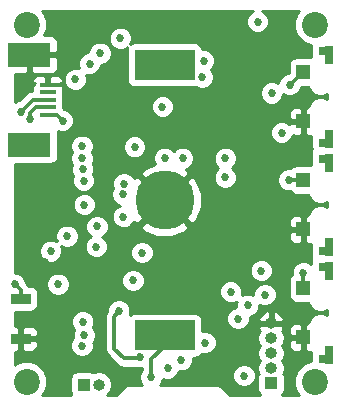
<source format=gbl>
G04 #@! TF.FileFunction,Copper,L4,Bot,Signal*
%FSLAX46Y46*%
G04 Gerber Fmt 4.6, Leading zero omitted, Abs format (unit mm)*
G04 Created by KiCad (PCBNEW 4.0.5) date 04/27/18 19:00:17*
%MOMM*%
%LPD*%
G01*
G04 APERTURE LIST*
%ADD10C,0.100000*%
%ADD11R,3.600000X2.000000*%
%ADD12R,1.380000X0.400000*%
%ADD13R,1.000000X1.000000*%
%ADD14O,1.000000X1.000000*%
%ADD15R,5.100000X2.500000*%
%ADD16C,5.000000*%
%ADD17R,1.700000X0.900000*%
%ADD18C,2.200000*%
%ADD19R,1.300000X0.800000*%
%ADD20R,0.800000X1.500000*%
%ADD21R,1.200000X1.200000*%
%ADD22C,0.685800*%
%ADD23C,0.300000*%
%ADD24C,0.400000*%
%ADD25C,0.254000*%
G04 APERTURE END LIST*
D10*
D11*
X103367000Y-66538000D03*
X103367000Y-58938000D03*
D12*
X104902000Y-64008000D03*
X104902000Y-62738000D03*
X104902000Y-61468000D03*
X104902000Y-63373000D03*
X104902000Y-62103000D03*
D13*
X123825000Y-86741000D03*
D14*
X123825000Y-85471000D03*
X123825000Y-84201000D03*
X123825000Y-82931000D03*
X123825000Y-81661000D03*
D15*
X114808000Y-82697000D03*
X114808000Y-59797000D03*
D16*
X114808000Y-71247000D03*
D17*
X102616000Y-79580000D03*
X102616000Y-82980000D03*
D18*
X103124000Y-86614000D03*
X127508000Y-56388000D03*
X127508000Y-86614000D03*
X103124000Y-56388000D03*
D13*
X107950000Y-86868000D03*
D14*
X109220000Y-86868000D03*
D19*
X128466000Y-84672000D03*
X128466000Y-76872000D03*
D20*
X128716000Y-84322000D03*
X128716000Y-77222000D03*
D21*
X126566000Y-82872000D03*
X126566000Y-78672000D03*
D19*
X128466000Y-75528000D03*
X128466000Y-67728000D03*
D20*
X128716000Y-75178000D03*
X128716000Y-68078000D03*
D21*
X126566000Y-73728000D03*
X126566000Y-69528000D03*
D19*
X128466000Y-66384000D03*
X128466000Y-58584000D03*
D20*
X128716000Y-66034000D03*
X128716000Y-58934000D03*
D21*
X126566000Y-64584000D03*
X126566000Y-60384000D03*
D22*
X122174000Y-59563000D03*
X122301000Y-58293000D03*
X118237000Y-79502000D03*
X119888000Y-83312000D03*
X113919000Y-72644000D03*
X116205000Y-64008000D03*
X121285000Y-64135000D03*
X107188000Y-59753500D03*
X127127000Y-66929000D03*
X120269000Y-76708000D03*
X104648000Y-76454000D03*
X110426500Y-76771500D03*
X111442500Y-63182500D03*
X106489500Y-83693000D03*
X122999500Y-77216000D03*
X121856500Y-80137000D03*
X111315500Y-72644000D03*
X115062000Y-85471000D03*
X106172000Y-64516000D03*
X109093000Y-73469500D03*
X102616000Y-63754000D03*
X108013500Y-71628000D03*
X103378000Y-64389000D03*
X110947200Y-80594200D03*
X112712500Y-84518500D03*
X111252000Y-70739000D03*
X106553000Y-74295000D03*
X107823000Y-83566000D03*
X108013500Y-82677000D03*
X109029500Y-75184000D03*
X107886500Y-68643500D03*
X107950000Y-69596000D03*
X107886500Y-81534000D03*
X116205000Y-84772500D03*
X112903000Y-75692000D03*
X121031000Y-81280000D03*
X123317000Y-79248000D03*
X102108000Y-78359000D03*
X108458000Y-59690000D03*
X107823000Y-66675000D03*
X118110000Y-59436000D03*
X107823000Y-67691000D03*
X111061500Y-57531000D03*
X112141000Y-78041500D03*
X120396000Y-78994000D03*
X117983000Y-60833000D03*
X125412500Y-61468000D03*
X112268000Y-66738500D03*
X125349000Y-69532500D03*
X119938800Y-69316600D03*
X111379000Y-69850000D03*
X126555500Y-77406500D03*
X107251500Y-61023500D03*
X114630200Y-63322200D03*
X119951500Y-67691000D03*
X124714000Y-65532000D03*
X123875800Y-62179200D03*
X109347000Y-58801000D03*
X122682000Y-56134000D03*
X113665000Y-86233000D03*
X105791000Y-78359000D03*
X105156000Y-75565000D03*
X121539000Y-86106000D03*
X118237000Y-83312000D03*
X116332000Y-67691000D03*
X114808000Y-67691000D03*
D23*
X114681000Y-69596000D02*
X113157000Y-69596000D01*
D24*
X113157000Y-69596000D02*
X111760000Y-68199000D01*
D23*
X104902000Y-61468000D02*
X106299000Y-61468000D01*
X113919000Y-72644000D02*
X114681000Y-71755000D01*
X114681000Y-71755000D02*
X114681000Y-69596000D01*
X114554000Y-71247000D02*
X114554000Y-71120000D01*
X104902000Y-64008000D02*
X105664000Y-64008000D01*
X105664000Y-64008000D02*
X106172000Y-64516000D01*
X103632000Y-62738000D02*
X104902000Y-62738000D01*
X102616000Y-63754000D02*
X103632000Y-62738000D01*
X103886000Y-63373000D02*
X104902000Y-63373000D01*
X103378000Y-63881000D02*
X103886000Y-63373000D01*
X103378000Y-64389000D02*
X103378000Y-63881000D01*
X110553500Y-81153000D02*
X110947200Y-80594200D01*
X110553500Y-83820000D02*
X110553500Y-81153000D01*
X111379000Y-84645500D02*
X110553500Y-83820000D01*
X112585500Y-84645500D02*
X111379000Y-84645500D01*
X112712500Y-84518500D02*
X112585500Y-84645500D01*
X102616000Y-79580000D02*
X102616000Y-78867000D01*
X102616000Y-78867000D02*
X102108000Y-78359000D01*
X126566000Y-60384000D02*
X126496500Y-60384000D01*
X126496500Y-60384000D02*
X125412500Y-61468000D01*
X126566000Y-69528000D02*
X125353500Y-69528000D01*
X125353500Y-69528000D02*
X125349000Y-69532500D01*
X119938800Y-69316600D02*
X119888000Y-69265800D01*
X126566000Y-78672000D02*
X126566000Y-77417000D01*
X126566000Y-77417000D02*
X126555500Y-77406500D01*
X114808000Y-82697000D02*
X114808000Y-83566000D01*
X114808000Y-83566000D02*
X113665000Y-84709000D01*
X113665000Y-84709000D02*
X113665000Y-86233000D01*
D25*
G36*
X122128788Y-55304493D02*
X121853460Y-55579341D01*
X121704270Y-55938630D01*
X121703931Y-56327663D01*
X121852493Y-56687212D01*
X122127341Y-56962540D01*
X122486630Y-57111730D01*
X122875663Y-57112069D01*
X123235212Y-56963507D01*
X123510540Y-56688659D01*
X123659730Y-56329370D01*
X123660069Y-55940337D01*
X123511507Y-55580788D01*
X123236659Y-55305460D01*
X123091055Y-55245000D01*
X126197192Y-55245000D01*
X126037996Y-55403918D01*
X125773301Y-56041373D01*
X125772699Y-56731599D01*
X126036281Y-57369515D01*
X126523918Y-57858004D01*
X127161373Y-58122699D01*
X127180970Y-58122716D01*
X127168560Y-58184000D01*
X127168560Y-58984000D01*
X127198505Y-59143142D01*
X127166000Y-59136560D01*
X125966000Y-59136560D01*
X125730683Y-59180838D01*
X125514559Y-59319910D01*
X125369569Y-59532110D01*
X125318560Y-59784000D01*
X125318560Y-60451782D01*
X125280358Y-60489985D01*
X125218837Y-60489931D01*
X124859288Y-60638493D01*
X124583960Y-60913341D01*
X124434770Y-61272630D01*
X124434698Y-61354907D01*
X124430459Y-61350660D01*
X124071170Y-61201470D01*
X123682137Y-61201131D01*
X123322588Y-61349693D01*
X123047260Y-61624541D01*
X122898070Y-61983830D01*
X122897731Y-62372863D01*
X123046293Y-62732412D01*
X123321141Y-63007740D01*
X123680430Y-63156930D01*
X124069463Y-63157269D01*
X124429012Y-63008707D01*
X124704340Y-62733859D01*
X124853530Y-62374570D01*
X124853602Y-62292293D01*
X124857841Y-62296540D01*
X125217130Y-62445730D01*
X125606163Y-62446069D01*
X125965712Y-62297507D01*
X126241040Y-62022659D01*
X126390230Y-61663370D01*
X126390258Y-61631440D01*
X126964928Y-61631440D01*
X127095646Y-61947800D01*
X127400595Y-62253282D01*
X127799233Y-62418811D01*
X128230873Y-62419188D01*
X128574307Y-62277283D01*
X128574272Y-62690994D01*
X128232767Y-62549189D01*
X127801127Y-62548812D01*
X127402200Y-62713646D01*
X127096718Y-63018595D01*
X126959522Y-63349000D01*
X126851750Y-63349000D01*
X126693000Y-63507750D01*
X126693000Y-64457000D01*
X126713000Y-64457000D01*
X126713000Y-64711000D01*
X126693000Y-64711000D01*
X126693000Y-65660250D01*
X126851750Y-65819000D01*
X127201973Y-65819000D01*
X127168560Y-65984000D01*
X127168560Y-66784000D01*
X127212838Y-67019317D01*
X127234923Y-67053638D01*
X127219569Y-67076110D01*
X127168560Y-67328000D01*
X127168560Y-68128000D01*
X127198505Y-68287142D01*
X127166000Y-68280560D01*
X125966000Y-68280560D01*
X125730683Y-68324838D01*
X125514559Y-68463910D01*
X125452532Y-68554690D01*
X125155337Y-68554431D01*
X124795788Y-68702993D01*
X124520460Y-68977841D01*
X124371270Y-69337130D01*
X124370931Y-69726163D01*
X124519493Y-70085712D01*
X124794341Y-70361040D01*
X125153630Y-70510230D01*
X125457544Y-70510495D01*
X125501910Y-70579441D01*
X125714110Y-70724431D01*
X125966000Y-70775440D01*
X126964928Y-70775440D01*
X127095646Y-71091800D01*
X127400595Y-71397282D01*
X127799233Y-71562811D01*
X128230873Y-71563188D01*
X128573533Y-71421603D01*
X128573498Y-71834673D01*
X128232767Y-71693189D01*
X127801127Y-71692812D01*
X127402200Y-71857646D01*
X127096718Y-72162595D01*
X126959522Y-72493000D01*
X126851750Y-72493000D01*
X126693000Y-72651750D01*
X126693000Y-73601000D01*
X126713000Y-73601000D01*
X126713000Y-73855000D01*
X126693000Y-73855000D01*
X126693000Y-74804250D01*
X126851750Y-74963000D01*
X127201973Y-74963000D01*
X127168560Y-75128000D01*
X127168560Y-75928000D01*
X127212838Y-76163317D01*
X127234923Y-76197638D01*
X127219569Y-76220110D01*
X127168560Y-76472000D01*
X127168560Y-76636463D01*
X127110159Y-76577960D01*
X126750870Y-76428770D01*
X126361837Y-76428431D01*
X126002288Y-76576993D01*
X125726960Y-76851841D01*
X125577770Y-77211130D01*
X125577460Y-77567435D01*
X125514559Y-77607910D01*
X125369569Y-77820110D01*
X125318560Y-78072000D01*
X125318560Y-79272000D01*
X125362838Y-79507317D01*
X125501910Y-79723441D01*
X125714110Y-79868431D01*
X125966000Y-79919440D01*
X126964928Y-79919440D01*
X127095646Y-80235800D01*
X127400595Y-80541282D01*
X127799233Y-80706811D01*
X128230873Y-80707188D01*
X128572758Y-80565923D01*
X128572723Y-80978351D01*
X128232767Y-80837189D01*
X127801127Y-80836812D01*
X127402200Y-81001646D01*
X127096718Y-81306595D01*
X126959522Y-81637000D01*
X126851750Y-81637000D01*
X126693000Y-81795750D01*
X126693000Y-82745000D01*
X126713000Y-82745000D01*
X126713000Y-82999000D01*
X126693000Y-82999000D01*
X126693000Y-83948250D01*
X126851750Y-84107000D01*
X127201973Y-84107000D01*
X127168560Y-84272000D01*
X127168560Y-84878703D01*
X127164401Y-84878699D01*
X126526485Y-85142281D01*
X126037996Y-85629918D01*
X125773301Y-86267373D01*
X125772699Y-86957599D01*
X126036281Y-87595515D01*
X126172129Y-87731600D01*
X124735243Y-87731600D01*
X124776441Y-87705090D01*
X124921431Y-87492890D01*
X124972440Y-87241000D01*
X124972440Y-86241000D01*
X124928162Y-86005683D01*
X124879414Y-85929927D01*
X124895839Y-85905346D01*
X124982236Y-85471000D01*
X124895839Y-85036654D01*
X124761766Y-84836000D01*
X124895839Y-84635346D01*
X124982236Y-84201000D01*
X124895839Y-83766654D01*
X124761766Y-83566000D01*
X124895839Y-83365346D01*
X124937132Y-83157750D01*
X125331000Y-83157750D01*
X125331000Y-83598309D01*
X125427673Y-83831698D01*
X125606301Y-84010327D01*
X125839690Y-84107000D01*
X126280250Y-84107000D01*
X126439000Y-83948250D01*
X126439000Y-82999000D01*
X125489750Y-82999000D01*
X125331000Y-83157750D01*
X124937132Y-83157750D01*
X124982236Y-82931000D01*
X124895839Y-82496654D01*
X124755549Y-82286696D01*
X124812127Y-82221209D01*
X124843403Y-82145691D01*
X125331000Y-82145691D01*
X125331000Y-82586250D01*
X125489750Y-82745000D01*
X126439000Y-82745000D01*
X126439000Y-81795750D01*
X126280250Y-81637000D01*
X125839690Y-81637000D01*
X125606301Y-81733673D01*
X125427673Y-81912302D01*
X125331000Y-82145691D01*
X124843403Y-82145691D01*
X124919119Y-81962874D01*
X124792954Y-81788000D01*
X123952000Y-81788000D01*
X123952000Y-81808000D01*
X123907564Y-81808000D01*
X123847236Y-81796000D01*
X123802764Y-81796000D01*
X123742436Y-81808000D01*
X123698000Y-81808000D01*
X123698000Y-81788000D01*
X122857046Y-81788000D01*
X122730881Y-81962874D01*
X122837873Y-82221209D01*
X122894451Y-82286696D01*
X122754161Y-82496654D01*
X122667764Y-82931000D01*
X122754161Y-83365346D01*
X122888234Y-83566000D01*
X122754161Y-83766654D01*
X122667764Y-84201000D01*
X122754161Y-84635346D01*
X122888234Y-84836000D01*
X122754161Y-85036654D01*
X122667764Y-85471000D01*
X122754161Y-85905346D01*
X122769805Y-85928759D01*
X122728569Y-85989110D01*
X122677560Y-86241000D01*
X122677560Y-87241000D01*
X122721838Y-87476317D01*
X122860910Y-87692441D01*
X122918221Y-87731600D01*
X120332494Y-87731600D01*
X119653568Y-87080167D01*
X119534774Y-87004294D01*
X119417605Y-86926004D01*
X119409749Y-86924441D01*
X119402997Y-86920129D01*
X119264230Y-86895496D01*
X119126000Y-86868000D01*
X114413059Y-86868000D01*
X114493540Y-86787659D01*
X114642730Y-86428370D01*
X114642793Y-86355785D01*
X114866630Y-86448730D01*
X115255663Y-86449069D01*
X115615212Y-86300507D01*
X115616057Y-86299663D01*
X120560931Y-86299663D01*
X120709493Y-86659212D01*
X120984341Y-86934540D01*
X121343630Y-87083730D01*
X121732663Y-87084069D01*
X122092212Y-86935507D01*
X122367540Y-86660659D01*
X122516730Y-86301370D01*
X122517069Y-85912337D01*
X122368507Y-85552788D01*
X122093659Y-85277460D01*
X121734370Y-85128270D01*
X121345337Y-85127931D01*
X120985788Y-85276493D01*
X120710460Y-85551341D01*
X120561270Y-85910630D01*
X120560931Y-86299663D01*
X115616057Y-86299663D01*
X115890540Y-86025659D01*
X116005603Y-85748558D01*
X116009630Y-85750230D01*
X116398663Y-85750569D01*
X116758212Y-85602007D01*
X117033540Y-85327159D01*
X117182730Y-84967870D01*
X117183055Y-84594440D01*
X117358000Y-84594440D01*
X117593317Y-84550162D01*
X117809441Y-84411090D01*
X117925353Y-84241447D01*
X118041630Y-84289730D01*
X118430663Y-84290069D01*
X118790212Y-84141507D01*
X119065540Y-83866659D01*
X119214730Y-83507370D01*
X119215069Y-83118337D01*
X119066507Y-82758788D01*
X118791659Y-82483460D01*
X118432370Y-82334270D01*
X118043337Y-82333931D01*
X118005440Y-82349590D01*
X118005440Y-81447000D01*
X117961162Y-81211683D01*
X117822090Y-80995559D01*
X117609890Y-80850569D01*
X117358000Y-80799560D01*
X112258000Y-80799560D01*
X112022683Y-80843838D01*
X111858536Y-80949463D01*
X111924930Y-80789570D01*
X111925269Y-80400537D01*
X111776707Y-80040988D01*
X111501859Y-79765660D01*
X111142570Y-79616470D01*
X110753537Y-79616131D01*
X110393988Y-79764693D01*
X110118660Y-80039541D01*
X109969470Y-80398830D01*
X109969278Y-80619261D01*
X109911776Y-80700876D01*
X109876540Y-80780331D01*
X109828255Y-80852594D01*
X109815049Y-80918986D01*
X109787605Y-80980869D01*
X109785456Y-81067755D01*
X109768500Y-81153000D01*
X109768500Y-83820000D01*
X109828255Y-84120407D01*
X109998421Y-84375079D01*
X110823921Y-85200579D01*
X111078593Y-85370745D01*
X111379000Y-85430500D01*
X112358835Y-85430500D01*
X112517130Y-85496230D01*
X112880000Y-85496546D01*
X112880000Y-85634877D01*
X112836460Y-85678341D01*
X112687270Y-86037630D01*
X112686931Y-86426663D01*
X112835493Y-86786212D01*
X112917138Y-86868000D01*
X111912400Y-86868000D01*
X111894033Y-86871654D01*
X111874517Y-86868103D01*
X111583902Y-86930875D01*
X111339430Y-87100084D01*
X110728274Y-87731600D01*
X109964501Y-87731600D01*
X110022566Y-87692802D01*
X110268603Y-87324582D01*
X110355000Y-86890236D01*
X110355000Y-86845764D01*
X110268603Y-86411418D01*
X110022566Y-86043198D01*
X109654346Y-85797161D01*
X109220000Y-85710764D01*
X108785654Y-85797161D01*
X108762241Y-85812805D01*
X108701890Y-85771569D01*
X108450000Y-85720560D01*
X107450000Y-85720560D01*
X107214683Y-85764838D01*
X106998559Y-85903910D01*
X106853569Y-86116110D01*
X106802560Y-86368000D01*
X106802560Y-87368000D01*
X106846838Y-87603317D01*
X106929386Y-87731600D01*
X104460253Y-87731600D01*
X104594004Y-87598082D01*
X104858699Y-86960627D01*
X104859301Y-86270401D01*
X104595719Y-85632485D01*
X104108082Y-85143996D01*
X103470627Y-84879301D01*
X102780401Y-84878699D01*
X102142485Y-85142281D01*
X102108000Y-85176706D01*
X102108000Y-84065000D01*
X102330250Y-84065000D01*
X102489000Y-83906250D01*
X102489000Y-83107000D01*
X102743000Y-83107000D01*
X102743000Y-83906250D01*
X102901750Y-84065000D01*
X103592310Y-84065000D01*
X103825699Y-83968327D01*
X104004327Y-83789698D01*
X104016767Y-83759663D01*
X106844931Y-83759663D01*
X106993493Y-84119212D01*
X107268341Y-84394540D01*
X107627630Y-84543730D01*
X108016663Y-84544069D01*
X108376212Y-84395507D01*
X108651540Y-84120659D01*
X108800730Y-83761370D01*
X108801069Y-83372337D01*
X108771881Y-83301696D01*
X108842040Y-83231659D01*
X108991230Y-82872370D01*
X108991569Y-82483337D01*
X108843007Y-82123788D01*
X108742331Y-82022936D01*
X108864230Y-81729370D01*
X108864569Y-81340337D01*
X108716007Y-80980788D01*
X108441159Y-80705460D01*
X108081870Y-80556270D01*
X107692837Y-80555931D01*
X107333288Y-80704493D01*
X107057960Y-80979341D01*
X106908770Y-81338630D01*
X106908431Y-81727663D01*
X107056993Y-82087212D01*
X107157669Y-82188064D01*
X107035770Y-82481630D01*
X107035431Y-82870663D01*
X107064619Y-82941304D01*
X106994460Y-83011341D01*
X106845270Y-83370630D01*
X106844931Y-83759663D01*
X104016767Y-83759663D01*
X104101000Y-83556309D01*
X104101000Y-83265750D01*
X103942250Y-83107000D01*
X102743000Y-83107000D01*
X102489000Y-83107000D01*
X102469000Y-83107000D01*
X102469000Y-82853000D01*
X102489000Y-82853000D01*
X102489000Y-82053750D01*
X102743000Y-82053750D01*
X102743000Y-82853000D01*
X103942250Y-82853000D01*
X104101000Y-82694250D01*
X104101000Y-82403691D01*
X104004327Y-82170302D01*
X103825699Y-81991673D01*
X103592310Y-81895000D01*
X102901750Y-81895000D01*
X102743000Y-82053750D01*
X102489000Y-82053750D01*
X102330250Y-81895000D01*
X102108000Y-81895000D01*
X102108000Y-80677440D01*
X103466000Y-80677440D01*
X103701317Y-80633162D01*
X103917441Y-80494090D01*
X104062431Y-80281890D01*
X104113440Y-80030000D01*
X104113440Y-79130000D01*
X104069162Y-78894683D01*
X103930090Y-78678559D01*
X103745836Y-78552663D01*
X104812931Y-78552663D01*
X104961493Y-78912212D01*
X105236341Y-79187540D01*
X105595630Y-79336730D01*
X105984663Y-79337069D01*
X106344212Y-79188507D01*
X106345057Y-79187663D01*
X119417931Y-79187663D01*
X119566493Y-79547212D01*
X119841341Y-79822540D01*
X120200630Y-79971730D01*
X120589663Y-79972069D01*
X120923388Y-79834177D01*
X120878770Y-79941630D01*
X120878456Y-80301967D01*
X120837337Y-80301931D01*
X120477788Y-80450493D01*
X120202460Y-80725341D01*
X120053270Y-81084630D01*
X120052931Y-81473663D01*
X120201493Y-81833212D01*
X120476341Y-82108540D01*
X120835630Y-82257730D01*
X121224663Y-82258069D01*
X121584212Y-82109507D01*
X121859540Y-81834659D01*
X122008730Y-81475370D01*
X122008831Y-81359126D01*
X122730881Y-81359126D01*
X122857046Y-81534000D01*
X123698000Y-81534000D01*
X123698000Y-80691865D01*
X123952000Y-80691865D01*
X123952000Y-81534000D01*
X124792954Y-81534000D01*
X124919119Y-81359126D01*
X124812127Y-81100791D01*
X124522604Y-80765677D01*
X124126877Y-80566868D01*
X123952000Y-80691865D01*
X123698000Y-80691865D01*
X123523123Y-80566868D01*
X123127396Y-80765677D01*
X122837873Y-81100791D01*
X122730881Y-81359126D01*
X122008831Y-81359126D01*
X122009044Y-81115033D01*
X122050163Y-81115069D01*
X122409712Y-80966507D01*
X122685040Y-80691659D01*
X122834230Y-80332370D01*
X122834427Y-80106473D01*
X123121630Y-80225730D01*
X123510663Y-80226069D01*
X123870212Y-80077507D01*
X124145540Y-79802659D01*
X124294730Y-79443370D01*
X124295069Y-79054337D01*
X124146507Y-78694788D01*
X123871659Y-78419460D01*
X123512370Y-78270270D01*
X123123337Y-78269931D01*
X122763788Y-78418493D01*
X122488460Y-78693341D01*
X122339270Y-79052630D01*
X122339073Y-79278527D01*
X122051870Y-79159270D01*
X121662837Y-79158931D01*
X121329112Y-79296823D01*
X121373730Y-79189370D01*
X121374069Y-78800337D01*
X121225507Y-78440788D01*
X120950659Y-78165460D01*
X120591370Y-78016270D01*
X120202337Y-78015931D01*
X119842788Y-78164493D01*
X119567460Y-78439341D01*
X119418270Y-78798630D01*
X119417931Y-79187663D01*
X106345057Y-79187663D01*
X106619540Y-78913659D01*
X106768730Y-78554370D01*
X106769008Y-78235163D01*
X111162931Y-78235163D01*
X111311493Y-78594712D01*
X111586341Y-78870040D01*
X111945630Y-79019230D01*
X112334663Y-79019569D01*
X112694212Y-78871007D01*
X112969540Y-78596159D01*
X113118730Y-78236870D01*
X113119069Y-77847837D01*
X112970507Y-77488288D01*
X112892020Y-77409663D01*
X122021431Y-77409663D01*
X122169993Y-77769212D01*
X122444841Y-78044540D01*
X122804130Y-78193730D01*
X123193163Y-78194069D01*
X123552712Y-78045507D01*
X123828040Y-77770659D01*
X123977230Y-77411370D01*
X123977569Y-77022337D01*
X123829007Y-76662788D01*
X123554159Y-76387460D01*
X123194870Y-76238270D01*
X122805837Y-76237931D01*
X122446288Y-76386493D01*
X122170960Y-76661341D01*
X122021770Y-77020630D01*
X122021431Y-77409663D01*
X112892020Y-77409663D01*
X112695659Y-77212960D01*
X112336370Y-77063770D01*
X111947337Y-77063431D01*
X111587788Y-77211993D01*
X111312460Y-77486841D01*
X111163270Y-77846130D01*
X111162931Y-78235163D01*
X106769008Y-78235163D01*
X106769069Y-78165337D01*
X106620507Y-77805788D01*
X106345659Y-77530460D01*
X105986370Y-77381270D01*
X105597337Y-77380931D01*
X105237788Y-77529493D01*
X104962460Y-77804341D01*
X104813270Y-78163630D01*
X104812931Y-78552663D01*
X103745836Y-78552663D01*
X103717890Y-78533569D01*
X103466000Y-78482560D01*
X103285096Y-78482560D01*
X103171079Y-78311921D01*
X103171076Y-78311919D01*
X103086015Y-78226858D01*
X103086069Y-78165337D01*
X102937507Y-77805788D01*
X102662659Y-77530460D01*
X102303370Y-77381270D01*
X102108000Y-77381100D01*
X102108000Y-75758663D01*
X104177931Y-75758663D01*
X104326493Y-76118212D01*
X104601341Y-76393540D01*
X104960630Y-76542730D01*
X105349663Y-76543069D01*
X105709212Y-76394507D01*
X105984540Y-76119659D01*
X106133730Y-75760370D01*
X106134063Y-75377663D01*
X108051431Y-75377663D01*
X108199993Y-75737212D01*
X108474841Y-76012540D01*
X108834130Y-76161730D01*
X109223163Y-76162069D01*
X109582712Y-76013507D01*
X109710779Y-75885663D01*
X111924931Y-75885663D01*
X112073493Y-76245212D01*
X112348341Y-76520540D01*
X112707630Y-76669730D01*
X113096663Y-76670069D01*
X113456212Y-76521507D01*
X113731540Y-76246659D01*
X113880730Y-75887370D01*
X113881069Y-75498337D01*
X113732507Y-75138788D01*
X113457659Y-74863460D01*
X113098370Y-74714270D01*
X112709337Y-74713931D01*
X112349788Y-74862493D01*
X112074460Y-75137341D01*
X111925270Y-75496630D01*
X111924931Y-75885663D01*
X109710779Y-75885663D01*
X109858040Y-75738659D01*
X110007230Y-75379370D01*
X110007569Y-74990337D01*
X109859007Y-74630788D01*
X109584159Y-74355460D01*
X109546964Y-74340015D01*
X109646212Y-74299007D01*
X109921540Y-74024159D01*
X110070730Y-73664870D01*
X110071069Y-73275837D01*
X109922507Y-72916288D01*
X109647659Y-72640960D01*
X109288370Y-72491770D01*
X108899337Y-72491431D01*
X108539788Y-72639993D01*
X108264460Y-72914841D01*
X108115270Y-73274130D01*
X108114931Y-73663163D01*
X108263493Y-74022712D01*
X108538341Y-74298040D01*
X108575536Y-74313485D01*
X108476288Y-74354493D01*
X108200960Y-74629341D01*
X108051770Y-74988630D01*
X108051431Y-75377663D01*
X106134063Y-75377663D01*
X106134069Y-75371337D01*
X106038587Y-75140252D01*
X106357630Y-75272730D01*
X106746663Y-75273069D01*
X107106212Y-75124507D01*
X107381540Y-74849659D01*
X107530730Y-74490370D01*
X107531069Y-74101337D01*
X107382507Y-73741788D01*
X107107659Y-73466460D01*
X106748370Y-73317270D01*
X106359337Y-73316931D01*
X105999788Y-73465493D01*
X105724460Y-73740341D01*
X105575270Y-74099630D01*
X105574931Y-74488663D01*
X105670413Y-74719748D01*
X105351370Y-74587270D01*
X104962337Y-74586931D01*
X104602788Y-74735493D01*
X104327460Y-75010341D01*
X104178270Y-75369630D01*
X104177931Y-75758663D01*
X102108000Y-75758663D01*
X102108000Y-71821663D01*
X107035431Y-71821663D01*
X107183993Y-72181212D01*
X107458841Y-72456540D01*
X107818130Y-72605730D01*
X108207163Y-72606069D01*
X108566712Y-72457507D01*
X108842040Y-72182659D01*
X108991230Y-71823370D01*
X108991569Y-71434337D01*
X108843007Y-71074788D01*
X108701130Y-70932663D01*
X110273931Y-70932663D01*
X110422493Y-71292212D01*
X110697341Y-71567540D01*
X111027833Y-71704772D01*
X110762288Y-71814493D01*
X110486960Y-72089341D01*
X110337770Y-72448630D01*
X110337431Y-72837663D01*
X110485993Y-73197212D01*
X110760841Y-73472540D01*
X111120130Y-73621730D01*
X111509163Y-73622069D01*
X111846027Y-73482880D01*
X112751725Y-73482880D01*
X113033421Y-73905564D01*
X114185892Y-74382294D01*
X115433072Y-74381705D01*
X116321394Y-74013750D01*
X125331000Y-74013750D01*
X125331000Y-74454309D01*
X125427673Y-74687698D01*
X125606301Y-74866327D01*
X125839690Y-74963000D01*
X126280250Y-74963000D01*
X126439000Y-74804250D01*
X126439000Y-73855000D01*
X125489750Y-73855000D01*
X125331000Y-74013750D01*
X116321394Y-74013750D01*
X116582579Y-73905564D01*
X116864275Y-73482880D01*
X114808000Y-71426605D01*
X112751725Y-73482880D01*
X111846027Y-73482880D01*
X111868712Y-73473507D01*
X112144040Y-73198659D01*
X112202802Y-73057145D01*
X112572120Y-73303275D01*
X114628395Y-71247000D01*
X114987605Y-71247000D01*
X117043880Y-73303275D01*
X117466564Y-73021579D01*
X117474790Y-73001691D01*
X125331000Y-73001691D01*
X125331000Y-73442250D01*
X125489750Y-73601000D01*
X126439000Y-73601000D01*
X126439000Y-72651750D01*
X126280250Y-72493000D01*
X125839690Y-72493000D01*
X125606301Y-72589673D01*
X125427673Y-72768302D01*
X125331000Y-73001691D01*
X117474790Y-73001691D01*
X117943294Y-71869108D01*
X117942705Y-70621928D01*
X117482239Y-69510263D01*
X118960731Y-69510263D01*
X119109293Y-69869812D01*
X119384141Y-70145140D01*
X119743430Y-70294330D01*
X120132463Y-70294669D01*
X120492012Y-70146107D01*
X120767340Y-69871259D01*
X120916530Y-69511970D01*
X120916869Y-69122937D01*
X120768307Y-68763388D01*
X120515299Y-68509938D01*
X120780040Y-68245659D01*
X120929230Y-67886370D01*
X120929569Y-67497337D01*
X120781007Y-67137788D01*
X120506159Y-66862460D01*
X120146870Y-66713270D01*
X119757837Y-66712931D01*
X119398288Y-66861493D01*
X119122960Y-67136341D01*
X118973770Y-67495630D01*
X118973431Y-67884663D01*
X119121993Y-68244212D01*
X119375001Y-68497662D01*
X119110260Y-68761941D01*
X118961070Y-69121230D01*
X118960731Y-69510263D01*
X117482239Y-69510263D01*
X117466564Y-69472421D01*
X117043880Y-69190725D01*
X114987605Y-71247000D01*
X114628395Y-71247000D01*
X112572120Y-69190725D01*
X112252654Y-69403632D01*
X112208507Y-69296788D01*
X111933659Y-69021460D01*
X111908758Y-69011120D01*
X112751725Y-69011120D01*
X114808000Y-71067395D01*
X116864275Y-69011120D01*
X116612425Y-68633220D01*
X116885212Y-68520507D01*
X117160540Y-68245659D01*
X117309730Y-67886370D01*
X117310069Y-67497337D01*
X117161507Y-67137788D01*
X116886659Y-66862460D01*
X116527370Y-66713270D01*
X116138337Y-66712931D01*
X115778788Y-66861493D01*
X115569877Y-67070040D01*
X115362659Y-66862460D01*
X115003370Y-66713270D01*
X114614337Y-66712931D01*
X114254788Y-66861493D01*
X113979460Y-67136341D01*
X113830270Y-67495630D01*
X113829931Y-67884663D01*
X113961827Y-68203878D01*
X113033421Y-68588436D01*
X112751725Y-69011120D01*
X111908758Y-69011120D01*
X111574370Y-68872270D01*
X111185337Y-68871931D01*
X110825788Y-69020493D01*
X110550460Y-69295341D01*
X110401270Y-69654630D01*
X110400931Y-70043663D01*
X110448662Y-70159182D01*
X110423460Y-70184341D01*
X110274270Y-70543630D01*
X110273931Y-70932663D01*
X108701130Y-70932663D01*
X108568159Y-70799460D01*
X108208870Y-70650270D01*
X107819837Y-70649931D01*
X107460288Y-70798493D01*
X107184960Y-71073341D01*
X107035770Y-71432630D01*
X107035431Y-71821663D01*
X102108000Y-71821663D01*
X102108000Y-68185440D01*
X105167000Y-68185440D01*
X105402317Y-68141162D01*
X105618441Y-68002090D01*
X105763431Y-67789890D01*
X105814440Y-67538000D01*
X105814440Y-66868663D01*
X106844931Y-66868663D01*
X106974948Y-67183330D01*
X106845270Y-67495630D01*
X106844931Y-67884663D01*
X106993469Y-68244153D01*
X106908770Y-68448130D01*
X106908431Y-68837163D01*
X107056969Y-69196653D01*
X106972270Y-69400630D01*
X106971931Y-69789663D01*
X107120493Y-70149212D01*
X107395341Y-70424540D01*
X107754630Y-70573730D01*
X108143663Y-70574069D01*
X108503212Y-70425507D01*
X108778540Y-70150659D01*
X108927730Y-69791370D01*
X108928069Y-69402337D01*
X108779531Y-69042847D01*
X108864230Y-68838870D01*
X108864569Y-68449837D01*
X108716031Y-68090347D01*
X108800730Y-67886370D01*
X108801069Y-67497337D01*
X108671052Y-67182670D01*
X108775071Y-66932163D01*
X111289931Y-66932163D01*
X111438493Y-67291712D01*
X111713341Y-67567040D01*
X112072630Y-67716230D01*
X112461663Y-67716569D01*
X112821212Y-67568007D01*
X113096540Y-67293159D01*
X113245730Y-66933870D01*
X113246069Y-66544837D01*
X113097507Y-66185288D01*
X112822659Y-65909960D01*
X112463370Y-65760770D01*
X112074337Y-65760431D01*
X111714788Y-65908993D01*
X111439460Y-66183841D01*
X111290270Y-66543130D01*
X111289931Y-66932163D01*
X108775071Y-66932163D01*
X108800730Y-66870370D01*
X108801069Y-66481337D01*
X108652507Y-66121788D01*
X108377659Y-65846460D01*
X108086748Y-65725663D01*
X123735931Y-65725663D01*
X123884493Y-66085212D01*
X124159341Y-66360540D01*
X124518630Y-66509730D01*
X124907663Y-66510069D01*
X125267212Y-66361507D01*
X125542540Y-66086659D01*
X125680980Y-65753260D01*
X125839690Y-65819000D01*
X126280250Y-65819000D01*
X126439000Y-65660250D01*
X126439000Y-64711000D01*
X125489750Y-64711000D01*
X125382875Y-64817875D01*
X125268659Y-64703460D01*
X124909370Y-64554270D01*
X124520337Y-64553931D01*
X124160788Y-64702493D01*
X123885460Y-64977341D01*
X123736270Y-65336630D01*
X123735931Y-65725663D01*
X108086748Y-65725663D01*
X108018370Y-65697270D01*
X107629337Y-65696931D01*
X107269788Y-65845493D01*
X106994460Y-66120341D01*
X106845270Y-66479630D01*
X106844931Y-66868663D01*
X105814440Y-66868663D01*
X105814440Y-65538000D01*
X105791658Y-65416923D01*
X105976630Y-65493730D01*
X106365663Y-65494069D01*
X106725212Y-65345507D01*
X107000540Y-65070659D01*
X107149730Y-64711370D01*
X107150069Y-64322337D01*
X107001507Y-63962788D01*
X106726659Y-63687460D01*
X106367370Y-63538270D01*
X106304373Y-63538215D01*
X106282021Y-63515863D01*
X113652131Y-63515863D01*
X113800693Y-63875412D01*
X114075541Y-64150740D01*
X114434830Y-64299930D01*
X114823863Y-64300269D01*
X115183412Y-64151707D01*
X115458740Y-63876859D01*
X115466699Y-63857691D01*
X125331000Y-63857691D01*
X125331000Y-64298250D01*
X125489750Y-64457000D01*
X126439000Y-64457000D01*
X126439000Y-63507750D01*
X126280250Y-63349000D01*
X125839690Y-63349000D01*
X125606301Y-63445673D01*
X125427673Y-63624302D01*
X125331000Y-63857691D01*
X115466699Y-63857691D01*
X115607930Y-63517570D01*
X115608269Y-63128537D01*
X115459707Y-62768988D01*
X115184859Y-62493660D01*
X114825570Y-62344470D01*
X114436537Y-62344131D01*
X114076988Y-62492693D01*
X113801660Y-62767541D01*
X113652470Y-63126830D01*
X113652131Y-63515863D01*
X106282021Y-63515863D01*
X106239440Y-63473282D01*
X106239440Y-63173000D01*
X106216519Y-63051186D01*
X106239440Y-62938000D01*
X106239440Y-62538000D01*
X106216519Y-62416186D01*
X106239440Y-62303000D01*
X106239440Y-61903000D01*
X106221491Y-61807609D01*
X106227000Y-61794309D01*
X106227000Y-61726750D01*
X106201473Y-61701223D01*
X106195162Y-61667683D01*
X106056090Y-61451559D01*
X105933797Y-61368000D01*
X106068250Y-61368000D01*
X106219087Y-61217163D01*
X106273431Y-61217163D01*
X106421993Y-61576712D01*
X106696841Y-61852040D01*
X107056130Y-62001230D01*
X107445163Y-62001569D01*
X107804712Y-61853007D01*
X108080040Y-61578159D01*
X108229230Y-61218870D01*
X108229569Y-60829837D01*
X108141869Y-60617586D01*
X108262630Y-60667730D01*
X108651663Y-60668069D01*
X109011212Y-60519507D01*
X109286540Y-60244659D01*
X109435730Y-59885370D01*
X109435823Y-59778978D01*
X109540663Y-59779069D01*
X109900212Y-59630507D01*
X110175540Y-59355659D01*
X110324730Y-58996370D01*
X110325069Y-58607337D01*
X110176507Y-58247788D01*
X109901659Y-57972460D01*
X109542370Y-57823270D01*
X109153337Y-57822931D01*
X108793788Y-57971493D01*
X108518460Y-58246341D01*
X108369270Y-58605630D01*
X108369177Y-58712022D01*
X108264337Y-58711931D01*
X107904788Y-58860493D01*
X107629460Y-59135341D01*
X107480270Y-59494630D01*
X107479931Y-59883663D01*
X107567631Y-60095914D01*
X107446870Y-60045770D01*
X107057837Y-60045431D01*
X106698288Y-60193993D01*
X106422960Y-60468841D01*
X106273770Y-60828130D01*
X106273431Y-61217163D01*
X106219087Y-61217163D01*
X106227000Y-61209250D01*
X106227000Y-61141691D01*
X106130327Y-60908302D01*
X105951699Y-60729673D01*
X105718310Y-60633000D01*
X105187750Y-60633000D01*
X105029000Y-60791750D01*
X105029000Y-61255560D01*
X104775000Y-61255560D01*
X104775000Y-60791750D01*
X104616250Y-60633000D01*
X104085690Y-60633000D01*
X103852301Y-60729673D01*
X103673673Y-60908302D01*
X103577000Y-61141691D01*
X103577000Y-61209250D01*
X103735750Y-61368000D01*
X103870756Y-61368000D01*
X103760559Y-61438910D01*
X103615569Y-61651110D01*
X103606156Y-61697594D01*
X103577000Y-61726750D01*
X103577000Y-61794309D01*
X103583428Y-61809827D01*
X103564560Y-61903000D01*
X103564560Y-61966415D01*
X103331593Y-62012755D01*
X103076921Y-62182921D01*
X102483857Y-62775985D01*
X102422337Y-62775931D01*
X102108000Y-62905812D01*
X102108000Y-60573000D01*
X103081250Y-60573000D01*
X103240000Y-60414250D01*
X103240000Y-59065000D01*
X103494000Y-59065000D01*
X103494000Y-60414250D01*
X103652750Y-60573000D01*
X105293310Y-60573000D01*
X105526699Y-60476327D01*
X105705327Y-60297698D01*
X105802000Y-60064309D01*
X105802000Y-59223750D01*
X105643250Y-59065000D01*
X103494000Y-59065000D01*
X103240000Y-59065000D01*
X103220000Y-59065000D01*
X103220000Y-58811000D01*
X103240000Y-58811000D01*
X103240000Y-58791000D01*
X103494000Y-58791000D01*
X103494000Y-58811000D01*
X105643250Y-58811000D01*
X105802000Y-58652250D01*
X105802000Y-57811691D01*
X105765952Y-57724663D01*
X110083431Y-57724663D01*
X110231993Y-58084212D01*
X110506841Y-58359540D01*
X110866130Y-58508730D01*
X111255163Y-58509069D01*
X111614712Y-58360507D01*
X111656843Y-58318450D01*
X111610560Y-58547000D01*
X111610560Y-61047000D01*
X111654838Y-61282317D01*
X111793910Y-61498441D01*
X112006110Y-61643431D01*
X112258000Y-61694440D01*
X117358000Y-61694440D01*
X117460930Y-61675072D01*
X117787630Y-61810730D01*
X118176663Y-61811069D01*
X118536212Y-61662507D01*
X118811540Y-61387659D01*
X118960730Y-61028370D01*
X118961069Y-60639337D01*
X118812507Y-60279788D01*
X118730849Y-60197988D01*
X118938540Y-59990659D01*
X119087730Y-59631370D01*
X119088069Y-59242337D01*
X118939507Y-58882788D01*
X118664659Y-58607460D01*
X118305370Y-58458270D01*
X117988692Y-58457994D01*
X117961162Y-58311683D01*
X117822090Y-58095559D01*
X117609890Y-57950569D01*
X117358000Y-57899560D01*
X112258000Y-57899560D01*
X112022683Y-57943838D01*
X111922037Y-58008602D01*
X112039230Y-57726370D01*
X112039569Y-57337337D01*
X111891007Y-56977788D01*
X111616159Y-56702460D01*
X111256870Y-56553270D01*
X110867837Y-56552931D01*
X110508288Y-56701493D01*
X110232960Y-56976341D01*
X110083770Y-57335630D01*
X110083431Y-57724663D01*
X105765952Y-57724663D01*
X105705327Y-57578302D01*
X105526699Y-57399673D01*
X105293310Y-57303000D01*
X104622689Y-57303000D01*
X104858699Y-56734627D01*
X104859301Y-56044401D01*
X104595719Y-55406485D01*
X104434516Y-55245000D01*
X122272773Y-55245000D01*
X122128788Y-55304493D01*
X122128788Y-55304493D01*
G37*
X122128788Y-55304493D02*
X121853460Y-55579341D01*
X121704270Y-55938630D01*
X121703931Y-56327663D01*
X121852493Y-56687212D01*
X122127341Y-56962540D01*
X122486630Y-57111730D01*
X122875663Y-57112069D01*
X123235212Y-56963507D01*
X123510540Y-56688659D01*
X123659730Y-56329370D01*
X123660069Y-55940337D01*
X123511507Y-55580788D01*
X123236659Y-55305460D01*
X123091055Y-55245000D01*
X126197192Y-55245000D01*
X126037996Y-55403918D01*
X125773301Y-56041373D01*
X125772699Y-56731599D01*
X126036281Y-57369515D01*
X126523918Y-57858004D01*
X127161373Y-58122699D01*
X127180970Y-58122716D01*
X127168560Y-58184000D01*
X127168560Y-58984000D01*
X127198505Y-59143142D01*
X127166000Y-59136560D01*
X125966000Y-59136560D01*
X125730683Y-59180838D01*
X125514559Y-59319910D01*
X125369569Y-59532110D01*
X125318560Y-59784000D01*
X125318560Y-60451782D01*
X125280358Y-60489985D01*
X125218837Y-60489931D01*
X124859288Y-60638493D01*
X124583960Y-60913341D01*
X124434770Y-61272630D01*
X124434698Y-61354907D01*
X124430459Y-61350660D01*
X124071170Y-61201470D01*
X123682137Y-61201131D01*
X123322588Y-61349693D01*
X123047260Y-61624541D01*
X122898070Y-61983830D01*
X122897731Y-62372863D01*
X123046293Y-62732412D01*
X123321141Y-63007740D01*
X123680430Y-63156930D01*
X124069463Y-63157269D01*
X124429012Y-63008707D01*
X124704340Y-62733859D01*
X124853530Y-62374570D01*
X124853602Y-62292293D01*
X124857841Y-62296540D01*
X125217130Y-62445730D01*
X125606163Y-62446069D01*
X125965712Y-62297507D01*
X126241040Y-62022659D01*
X126390230Y-61663370D01*
X126390258Y-61631440D01*
X126964928Y-61631440D01*
X127095646Y-61947800D01*
X127400595Y-62253282D01*
X127799233Y-62418811D01*
X128230873Y-62419188D01*
X128574307Y-62277283D01*
X128574272Y-62690994D01*
X128232767Y-62549189D01*
X127801127Y-62548812D01*
X127402200Y-62713646D01*
X127096718Y-63018595D01*
X126959522Y-63349000D01*
X126851750Y-63349000D01*
X126693000Y-63507750D01*
X126693000Y-64457000D01*
X126713000Y-64457000D01*
X126713000Y-64711000D01*
X126693000Y-64711000D01*
X126693000Y-65660250D01*
X126851750Y-65819000D01*
X127201973Y-65819000D01*
X127168560Y-65984000D01*
X127168560Y-66784000D01*
X127212838Y-67019317D01*
X127234923Y-67053638D01*
X127219569Y-67076110D01*
X127168560Y-67328000D01*
X127168560Y-68128000D01*
X127198505Y-68287142D01*
X127166000Y-68280560D01*
X125966000Y-68280560D01*
X125730683Y-68324838D01*
X125514559Y-68463910D01*
X125452532Y-68554690D01*
X125155337Y-68554431D01*
X124795788Y-68702993D01*
X124520460Y-68977841D01*
X124371270Y-69337130D01*
X124370931Y-69726163D01*
X124519493Y-70085712D01*
X124794341Y-70361040D01*
X125153630Y-70510230D01*
X125457544Y-70510495D01*
X125501910Y-70579441D01*
X125714110Y-70724431D01*
X125966000Y-70775440D01*
X126964928Y-70775440D01*
X127095646Y-71091800D01*
X127400595Y-71397282D01*
X127799233Y-71562811D01*
X128230873Y-71563188D01*
X128573533Y-71421603D01*
X128573498Y-71834673D01*
X128232767Y-71693189D01*
X127801127Y-71692812D01*
X127402200Y-71857646D01*
X127096718Y-72162595D01*
X126959522Y-72493000D01*
X126851750Y-72493000D01*
X126693000Y-72651750D01*
X126693000Y-73601000D01*
X126713000Y-73601000D01*
X126713000Y-73855000D01*
X126693000Y-73855000D01*
X126693000Y-74804250D01*
X126851750Y-74963000D01*
X127201973Y-74963000D01*
X127168560Y-75128000D01*
X127168560Y-75928000D01*
X127212838Y-76163317D01*
X127234923Y-76197638D01*
X127219569Y-76220110D01*
X127168560Y-76472000D01*
X127168560Y-76636463D01*
X127110159Y-76577960D01*
X126750870Y-76428770D01*
X126361837Y-76428431D01*
X126002288Y-76576993D01*
X125726960Y-76851841D01*
X125577770Y-77211130D01*
X125577460Y-77567435D01*
X125514559Y-77607910D01*
X125369569Y-77820110D01*
X125318560Y-78072000D01*
X125318560Y-79272000D01*
X125362838Y-79507317D01*
X125501910Y-79723441D01*
X125714110Y-79868431D01*
X125966000Y-79919440D01*
X126964928Y-79919440D01*
X127095646Y-80235800D01*
X127400595Y-80541282D01*
X127799233Y-80706811D01*
X128230873Y-80707188D01*
X128572758Y-80565923D01*
X128572723Y-80978351D01*
X128232767Y-80837189D01*
X127801127Y-80836812D01*
X127402200Y-81001646D01*
X127096718Y-81306595D01*
X126959522Y-81637000D01*
X126851750Y-81637000D01*
X126693000Y-81795750D01*
X126693000Y-82745000D01*
X126713000Y-82745000D01*
X126713000Y-82999000D01*
X126693000Y-82999000D01*
X126693000Y-83948250D01*
X126851750Y-84107000D01*
X127201973Y-84107000D01*
X127168560Y-84272000D01*
X127168560Y-84878703D01*
X127164401Y-84878699D01*
X126526485Y-85142281D01*
X126037996Y-85629918D01*
X125773301Y-86267373D01*
X125772699Y-86957599D01*
X126036281Y-87595515D01*
X126172129Y-87731600D01*
X124735243Y-87731600D01*
X124776441Y-87705090D01*
X124921431Y-87492890D01*
X124972440Y-87241000D01*
X124972440Y-86241000D01*
X124928162Y-86005683D01*
X124879414Y-85929927D01*
X124895839Y-85905346D01*
X124982236Y-85471000D01*
X124895839Y-85036654D01*
X124761766Y-84836000D01*
X124895839Y-84635346D01*
X124982236Y-84201000D01*
X124895839Y-83766654D01*
X124761766Y-83566000D01*
X124895839Y-83365346D01*
X124937132Y-83157750D01*
X125331000Y-83157750D01*
X125331000Y-83598309D01*
X125427673Y-83831698D01*
X125606301Y-84010327D01*
X125839690Y-84107000D01*
X126280250Y-84107000D01*
X126439000Y-83948250D01*
X126439000Y-82999000D01*
X125489750Y-82999000D01*
X125331000Y-83157750D01*
X124937132Y-83157750D01*
X124982236Y-82931000D01*
X124895839Y-82496654D01*
X124755549Y-82286696D01*
X124812127Y-82221209D01*
X124843403Y-82145691D01*
X125331000Y-82145691D01*
X125331000Y-82586250D01*
X125489750Y-82745000D01*
X126439000Y-82745000D01*
X126439000Y-81795750D01*
X126280250Y-81637000D01*
X125839690Y-81637000D01*
X125606301Y-81733673D01*
X125427673Y-81912302D01*
X125331000Y-82145691D01*
X124843403Y-82145691D01*
X124919119Y-81962874D01*
X124792954Y-81788000D01*
X123952000Y-81788000D01*
X123952000Y-81808000D01*
X123907564Y-81808000D01*
X123847236Y-81796000D01*
X123802764Y-81796000D01*
X123742436Y-81808000D01*
X123698000Y-81808000D01*
X123698000Y-81788000D01*
X122857046Y-81788000D01*
X122730881Y-81962874D01*
X122837873Y-82221209D01*
X122894451Y-82286696D01*
X122754161Y-82496654D01*
X122667764Y-82931000D01*
X122754161Y-83365346D01*
X122888234Y-83566000D01*
X122754161Y-83766654D01*
X122667764Y-84201000D01*
X122754161Y-84635346D01*
X122888234Y-84836000D01*
X122754161Y-85036654D01*
X122667764Y-85471000D01*
X122754161Y-85905346D01*
X122769805Y-85928759D01*
X122728569Y-85989110D01*
X122677560Y-86241000D01*
X122677560Y-87241000D01*
X122721838Y-87476317D01*
X122860910Y-87692441D01*
X122918221Y-87731600D01*
X120332494Y-87731600D01*
X119653568Y-87080167D01*
X119534774Y-87004294D01*
X119417605Y-86926004D01*
X119409749Y-86924441D01*
X119402997Y-86920129D01*
X119264230Y-86895496D01*
X119126000Y-86868000D01*
X114413059Y-86868000D01*
X114493540Y-86787659D01*
X114642730Y-86428370D01*
X114642793Y-86355785D01*
X114866630Y-86448730D01*
X115255663Y-86449069D01*
X115615212Y-86300507D01*
X115616057Y-86299663D01*
X120560931Y-86299663D01*
X120709493Y-86659212D01*
X120984341Y-86934540D01*
X121343630Y-87083730D01*
X121732663Y-87084069D01*
X122092212Y-86935507D01*
X122367540Y-86660659D01*
X122516730Y-86301370D01*
X122517069Y-85912337D01*
X122368507Y-85552788D01*
X122093659Y-85277460D01*
X121734370Y-85128270D01*
X121345337Y-85127931D01*
X120985788Y-85276493D01*
X120710460Y-85551341D01*
X120561270Y-85910630D01*
X120560931Y-86299663D01*
X115616057Y-86299663D01*
X115890540Y-86025659D01*
X116005603Y-85748558D01*
X116009630Y-85750230D01*
X116398663Y-85750569D01*
X116758212Y-85602007D01*
X117033540Y-85327159D01*
X117182730Y-84967870D01*
X117183055Y-84594440D01*
X117358000Y-84594440D01*
X117593317Y-84550162D01*
X117809441Y-84411090D01*
X117925353Y-84241447D01*
X118041630Y-84289730D01*
X118430663Y-84290069D01*
X118790212Y-84141507D01*
X119065540Y-83866659D01*
X119214730Y-83507370D01*
X119215069Y-83118337D01*
X119066507Y-82758788D01*
X118791659Y-82483460D01*
X118432370Y-82334270D01*
X118043337Y-82333931D01*
X118005440Y-82349590D01*
X118005440Y-81447000D01*
X117961162Y-81211683D01*
X117822090Y-80995559D01*
X117609890Y-80850569D01*
X117358000Y-80799560D01*
X112258000Y-80799560D01*
X112022683Y-80843838D01*
X111858536Y-80949463D01*
X111924930Y-80789570D01*
X111925269Y-80400537D01*
X111776707Y-80040988D01*
X111501859Y-79765660D01*
X111142570Y-79616470D01*
X110753537Y-79616131D01*
X110393988Y-79764693D01*
X110118660Y-80039541D01*
X109969470Y-80398830D01*
X109969278Y-80619261D01*
X109911776Y-80700876D01*
X109876540Y-80780331D01*
X109828255Y-80852594D01*
X109815049Y-80918986D01*
X109787605Y-80980869D01*
X109785456Y-81067755D01*
X109768500Y-81153000D01*
X109768500Y-83820000D01*
X109828255Y-84120407D01*
X109998421Y-84375079D01*
X110823921Y-85200579D01*
X111078593Y-85370745D01*
X111379000Y-85430500D01*
X112358835Y-85430500D01*
X112517130Y-85496230D01*
X112880000Y-85496546D01*
X112880000Y-85634877D01*
X112836460Y-85678341D01*
X112687270Y-86037630D01*
X112686931Y-86426663D01*
X112835493Y-86786212D01*
X112917138Y-86868000D01*
X111912400Y-86868000D01*
X111894033Y-86871654D01*
X111874517Y-86868103D01*
X111583902Y-86930875D01*
X111339430Y-87100084D01*
X110728274Y-87731600D01*
X109964501Y-87731600D01*
X110022566Y-87692802D01*
X110268603Y-87324582D01*
X110355000Y-86890236D01*
X110355000Y-86845764D01*
X110268603Y-86411418D01*
X110022566Y-86043198D01*
X109654346Y-85797161D01*
X109220000Y-85710764D01*
X108785654Y-85797161D01*
X108762241Y-85812805D01*
X108701890Y-85771569D01*
X108450000Y-85720560D01*
X107450000Y-85720560D01*
X107214683Y-85764838D01*
X106998559Y-85903910D01*
X106853569Y-86116110D01*
X106802560Y-86368000D01*
X106802560Y-87368000D01*
X106846838Y-87603317D01*
X106929386Y-87731600D01*
X104460253Y-87731600D01*
X104594004Y-87598082D01*
X104858699Y-86960627D01*
X104859301Y-86270401D01*
X104595719Y-85632485D01*
X104108082Y-85143996D01*
X103470627Y-84879301D01*
X102780401Y-84878699D01*
X102142485Y-85142281D01*
X102108000Y-85176706D01*
X102108000Y-84065000D01*
X102330250Y-84065000D01*
X102489000Y-83906250D01*
X102489000Y-83107000D01*
X102743000Y-83107000D01*
X102743000Y-83906250D01*
X102901750Y-84065000D01*
X103592310Y-84065000D01*
X103825699Y-83968327D01*
X104004327Y-83789698D01*
X104016767Y-83759663D01*
X106844931Y-83759663D01*
X106993493Y-84119212D01*
X107268341Y-84394540D01*
X107627630Y-84543730D01*
X108016663Y-84544069D01*
X108376212Y-84395507D01*
X108651540Y-84120659D01*
X108800730Y-83761370D01*
X108801069Y-83372337D01*
X108771881Y-83301696D01*
X108842040Y-83231659D01*
X108991230Y-82872370D01*
X108991569Y-82483337D01*
X108843007Y-82123788D01*
X108742331Y-82022936D01*
X108864230Y-81729370D01*
X108864569Y-81340337D01*
X108716007Y-80980788D01*
X108441159Y-80705460D01*
X108081870Y-80556270D01*
X107692837Y-80555931D01*
X107333288Y-80704493D01*
X107057960Y-80979341D01*
X106908770Y-81338630D01*
X106908431Y-81727663D01*
X107056993Y-82087212D01*
X107157669Y-82188064D01*
X107035770Y-82481630D01*
X107035431Y-82870663D01*
X107064619Y-82941304D01*
X106994460Y-83011341D01*
X106845270Y-83370630D01*
X106844931Y-83759663D01*
X104016767Y-83759663D01*
X104101000Y-83556309D01*
X104101000Y-83265750D01*
X103942250Y-83107000D01*
X102743000Y-83107000D01*
X102489000Y-83107000D01*
X102469000Y-83107000D01*
X102469000Y-82853000D01*
X102489000Y-82853000D01*
X102489000Y-82053750D01*
X102743000Y-82053750D01*
X102743000Y-82853000D01*
X103942250Y-82853000D01*
X104101000Y-82694250D01*
X104101000Y-82403691D01*
X104004327Y-82170302D01*
X103825699Y-81991673D01*
X103592310Y-81895000D01*
X102901750Y-81895000D01*
X102743000Y-82053750D01*
X102489000Y-82053750D01*
X102330250Y-81895000D01*
X102108000Y-81895000D01*
X102108000Y-80677440D01*
X103466000Y-80677440D01*
X103701317Y-80633162D01*
X103917441Y-80494090D01*
X104062431Y-80281890D01*
X104113440Y-80030000D01*
X104113440Y-79130000D01*
X104069162Y-78894683D01*
X103930090Y-78678559D01*
X103745836Y-78552663D01*
X104812931Y-78552663D01*
X104961493Y-78912212D01*
X105236341Y-79187540D01*
X105595630Y-79336730D01*
X105984663Y-79337069D01*
X106344212Y-79188507D01*
X106345057Y-79187663D01*
X119417931Y-79187663D01*
X119566493Y-79547212D01*
X119841341Y-79822540D01*
X120200630Y-79971730D01*
X120589663Y-79972069D01*
X120923388Y-79834177D01*
X120878770Y-79941630D01*
X120878456Y-80301967D01*
X120837337Y-80301931D01*
X120477788Y-80450493D01*
X120202460Y-80725341D01*
X120053270Y-81084630D01*
X120052931Y-81473663D01*
X120201493Y-81833212D01*
X120476341Y-82108540D01*
X120835630Y-82257730D01*
X121224663Y-82258069D01*
X121584212Y-82109507D01*
X121859540Y-81834659D01*
X122008730Y-81475370D01*
X122008831Y-81359126D01*
X122730881Y-81359126D01*
X122857046Y-81534000D01*
X123698000Y-81534000D01*
X123698000Y-80691865D01*
X123952000Y-80691865D01*
X123952000Y-81534000D01*
X124792954Y-81534000D01*
X124919119Y-81359126D01*
X124812127Y-81100791D01*
X124522604Y-80765677D01*
X124126877Y-80566868D01*
X123952000Y-80691865D01*
X123698000Y-80691865D01*
X123523123Y-80566868D01*
X123127396Y-80765677D01*
X122837873Y-81100791D01*
X122730881Y-81359126D01*
X122008831Y-81359126D01*
X122009044Y-81115033D01*
X122050163Y-81115069D01*
X122409712Y-80966507D01*
X122685040Y-80691659D01*
X122834230Y-80332370D01*
X122834427Y-80106473D01*
X123121630Y-80225730D01*
X123510663Y-80226069D01*
X123870212Y-80077507D01*
X124145540Y-79802659D01*
X124294730Y-79443370D01*
X124295069Y-79054337D01*
X124146507Y-78694788D01*
X123871659Y-78419460D01*
X123512370Y-78270270D01*
X123123337Y-78269931D01*
X122763788Y-78418493D01*
X122488460Y-78693341D01*
X122339270Y-79052630D01*
X122339073Y-79278527D01*
X122051870Y-79159270D01*
X121662837Y-79158931D01*
X121329112Y-79296823D01*
X121373730Y-79189370D01*
X121374069Y-78800337D01*
X121225507Y-78440788D01*
X120950659Y-78165460D01*
X120591370Y-78016270D01*
X120202337Y-78015931D01*
X119842788Y-78164493D01*
X119567460Y-78439341D01*
X119418270Y-78798630D01*
X119417931Y-79187663D01*
X106345057Y-79187663D01*
X106619540Y-78913659D01*
X106768730Y-78554370D01*
X106769008Y-78235163D01*
X111162931Y-78235163D01*
X111311493Y-78594712D01*
X111586341Y-78870040D01*
X111945630Y-79019230D01*
X112334663Y-79019569D01*
X112694212Y-78871007D01*
X112969540Y-78596159D01*
X113118730Y-78236870D01*
X113119069Y-77847837D01*
X112970507Y-77488288D01*
X112892020Y-77409663D01*
X122021431Y-77409663D01*
X122169993Y-77769212D01*
X122444841Y-78044540D01*
X122804130Y-78193730D01*
X123193163Y-78194069D01*
X123552712Y-78045507D01*
X123828040Y-77770659D01*
X123977230Y-77411370D01*
X123977569Y-77022337D01*
X123829007Y-76662788D01*
X123554159Y-76387460D01*
X123194870Y-76238270D01*
X122805837Y-76237931D01*
X122446288Y-76386493D01*
X122170960Y-76661341D01*
X122021770Y-77020630D01*
X122021431Y-77409663D01*
X112892020Y-77409663D01*
X112695659Y-77212960D01*
X112336370Y-77063770D01*
X111947337Y-77063431D01*
X111587788Y-77211993D01*
X111312460Y-77486841D01*
X111163270Y-77846130D01*
X111162931Y-78235163D01*
X106769008Y-78235163D01*
X106769069Y-78165337D01*
X106620507Y-77805788D01*
X106345659Y-77530460D01*
X105986370Y-77381270D01*
X105597337Y-77380931D01*
X105237788Y-77529493D01*
X104962460Y-77804341D01*
X104813270Y-78163630D01*
X104812931Y-78552663D01*
X103745836Y-78552663D01*
X103717890Y-78533569D01*
X103466000Y-78482560D01*
X103285096Y-78482560D01*
X103171079Y-78311921D01*
X103171076Y-78311919D01*
X103086015Y-78226858D01*
X103086069Y-78165337D01*
X102937507Y-77805788D01*
X102662659Y-77530460D01*
X102303370Y-77381270D01*
X102108000Y-77381100D01*
X102108000Y-75758663D01*
X104177931Y-75758663D01*
X104326493Y-76118212D01*
X104601341Y-76393540D01*
X104960630Y-76542730D01*
X105349663Y-76543069D01*
X105709212Y-76394507D01*
X105984540Y-76119659D01*
X106133730Y-75760370D01*
X106134063Y-75377663D01*
X108051431Y-75377663D01*
X108199993Y-75737212D01*
X108474841Y-76012540D01*
X108834130Y-76161730D01*
X109223163Y-76162069D01*
X109582712Y-76013507D01*
X109710779Y-75885663D01*
X111924931Y-75885663D01*
X112073493Y-76245212D01*
X112348341Y-76520540D01*
X112707630Y-76669730D01*
X113096663Y-76670069D01*
X113456212Y-76521507D01*
X113731540Y-76246659D01*
X113880730Y-75887370D01*
X113881069Y-75498337D01*
X113732507Y-75138788D01*
X113457659Y-74863460D01*
X113098370Y-74714270D01*
X112709337Y-74713931D01*
X112349788Y-74862493D01*
X112074460Y-75137341D01*
X111925270Y-75496630D01*
X111924931Y-75885663D01*
X109710779Y-75885663D01*
X109858040Y-75738659D01*
X110007230Y-75379370D01*
X110007569Y-74990337D01*
X109859007Y-74630788D01*
X109584159Y-74355460D01*
X109546964Y-74340015D01*
X109646212Y-74299007D01*
X109921540Y-74024159D01*
X110070730Y-73664870D01*
X110071069Y-73275837D01*
X109922507Y-72916288D01*
X109647659Y-72640960D01*
X109288370Y-72491770D01*
X108899337Y-72491431D01*
X108539788Y-72639993D01*
X108264460Y-72914841D01*
X108115270Y-73274130D01*
X108114931Y-73663163D01*
X108263493Y-74022712D01*
X108538341Y-74298040D01*
X108575536Y-74313485D01*
X108476288Y-74354493D01*
X108200960Y-74629341D01*
X108051770Y-74988630D01*
X108051431Y-75377663D01*
X106134063Y-75377663D01*
X106134069Y-75371337D01*
X106038587Y-75140252D01*
X106357630Y-75272730D01*
X106746663Y-75273069D01*
X107106212Y-75124507D01*
X107381540Y-74849659D01*
X107530730Y-74490370D01*
X107531069Y-74101337D01*
X107382507Y-73741788D01*
X107107659Y-73466460D01*
X106748370Y-73317270D01*
X106359337Y-73316931D01*
X105999788Y-73465493D01*
X105724460Y-73740341D01*
X105575270Y-74099630D01*
X105574931Y-74488663D01*
X105670413Y-74719748D01*
X105351370Y-74587270D01*
X104962337Y-74586931D01*
X104602788Y-74735493D01*
X104327460Y-75010341D01*
X104178270Y-75369630D01*
X104177931Y-75758663D01*
X102108000Y-75758663D01*
X102108000Y-71821663D01*
X107035431Y-71821663D01*
X107183993Y-72181212D01*
X107458841Y-72456540D01*
X107818130Y-72605730D01*
X108207163Y-72606069D01*
X108566712Y-72457507D01*
X108842040Y-72182659D01*
X108991230Y-71823370D01*
X108991569Y-71434337D01*
X108843007Y-71074788D01*
X108701130Y-70932663D01*
X110273931Y-70932663D01*
X110422493Y-71292212D01*
X110697341Y-71567540D01*
X111027833Y-71704772D01*
X110762288Y-71814493D01*
X110486960Y-72089341D01*
X110337770Y-72448630D01*
X110337431Y-72837663D01*
X110485993Y-73197212D01*
X110760841Y-73472540D01*
X111120130Y-73621730D01*
X111509163Y-73622069D01*
X111846027Y-73482880D01*
X112751725Y-73482880D01*
X113033421Y-73905564D01*
X114185892Y-74382294D01*
X115433072Y-74381705D01*
X116321394Y-74013750D01*
X125331000Y-74013750D01*
X125331000Y-74454309D01*
X125427673Y-74687698D01*
X125606301Y-74866327D01*
X125839690Y-74963000D01*
X126280250Y-74963000D01*
X126439000Y-74804250D01*
X126439000Y-73855000D01*
X125489750Y-73855000D01*
X125331000Y-74013750D01*
X116321394Y-74013750D01*
X116582579Y-73905564D01*
X116864275Y-73482880D01*
X114808000Y-71426605D01*
X112751725Y-73482880D01*
X111846027Y-73482880D01*
X111868712Y-73473507D01*
X112144040Y-73198659D01*
X112202802Y-73057145D01*
X112572120Y-73303275D01*
X114628395Y-71247000D01*
X114987605Y-71247000D01*
X117043880Y-73303275D01*
X117466564Y-73021579D01*
X117474790Y-73001691D01*
X125331000Y-73001691D01*
X125331000Y-73442250D01*
X125489750Y-73601000D01*
X126439000Y-73601000D01*
X126439000Y-72651750D01*
X126280250Y-72493000D01*
X125839690Y-72493000D01*
X125606301Y-72589673D01*
X125427673Y-72768302D01*
X125331000Y-73001691D01*
X117474790Y-73001691D01*
X117943294Y-71869108D01*
X117942705Y-70621928D01*
X117482239Y-69510263D01*
X118960731Y-69510263D01*
X119109293Y-69869812D01*
X119384141Y-70145140D01*
X119743430Y-70294330D01*
X120132463Y-70294669D01*
X120492012Y-70146107D01*
X120767340Y-69871259D01*
X120916530Y-69511970D01*
X120916869Y-69122937D01*
X120768307Y-68763388D01*
X120515299Y-68509938D01*
X120780040Y-68245659D01*
X120929230Y-67886370D01*
X120929569Y-67497337D01*
X120781007Y-67137788D01*
X120506159Y-66862460D01*
X120146870Y-66713270D01*
X119757837Y-66712931D01*
X119398288Y-66861493D01*
X119122960Y-67136341D01*
X118973770Y-67495630D01*
X118973431Y-67884663D01*
X119121993Y-68244212D01*
X119375001Y-68497662D01*
X119110260Y-68761941D01*
X118961070Y-69121230D01*
X118960731Y-69510263D01*
X117482239Y-69510263D01*
X117466564Y-69472421D01*
X117043880Y-69190725D01*
X114987605Y-71247000D01*
X114628395Y-71247000D01*
X112572120Y-69190725D01*
X112252654Y-69403632D01*
X112208507Y-69296788D01*
X111933659Y-69021460D01*
X111908758Y-69011120D01*
X112751725Y-69011120D01*
X114808000Y-71067395D01*
X116864275Y-69011120D01*
X116612425Y-68633220D01*
X116885212Y-68520507D01*
X117160540Y-68245659D01*
X117309730Y-67886370D01*
X117310069Y-67497337D01*
X117161507Y-67137788D01*
X116886659Y-66862460D01*
X116527370Y-66713270D01*
X116138337Y-66712931D01*
X115778788Y-66861493D01*
X115569877Y-67070040D01*
X115362659Y-66862460D01*
X115003370Y-66713270D01*
X114614337Y-66712931D01*
X114254788Y-66861493D01*
X113979460Y-67136341D01*
X113830270Y-67495630D01*
X113829931Y-67884663D01*
X113961827Y-68203878D01*
X113033421Y-68588436D01*
X112751725Y-69011120D01*
X111908758Y-69011120D01*
X111574370Y-68872270D01*
X111185337Y-68871931D01*
X110825788Y-69020493D01*
X110550460Y-69295341D01*
X110401270Y-69654630D01*
X110400931Y-70043663D01*
X110448662Y-70159182D01*
X110423460Y-70184341D01*
X110274270Y-70543630D01*
X110273931Y-70932663D01*
X108701130Y-70932663D01*
X108568159Y-70799460D01*
X108208870Y-70650270D01*
X107819837Y-70649931D01*
X107460288Y-70798493D01*
X107184960Y-71073341D01*
X107035770Y-71432630D01*
X107035431Y-71821663D01*
X102108000Y-71821663D01*
X102108000Y-68185440D01*
X105167000Y-68185440D01*
X105402317Y-68141162D01*
X105618441Y-68002090D01*
X105763431Y-67789890D01*
X105814440Y-67538000D01*
X105814440Y-66868663D01*
X106844931Y-66868663D01*
X106974948Y-67183330D01*
X106845270Y-67495630D01*
X106844931Y-67884663D01*
X106993469Y-68244153D01*
X106908770Y-68448130D01*
X106908431Y-68837163D01*
X107056969Y-69196653D01*
X106972270Y-69400630D01*
X106971931Y-69789663D01*
X107120493Y-70149212D01*
X107395341Y-70424540D01*
X107754630Y-70573730D01*
X108143663Y-70574069D01*
X108503212Y-70425507D01*
X108778540Y-70150659D01*
X108927730Y-69791370D01*
X108928069Y-69402337D01*
X108779531Y-69042847D01*
X108864230Y-68838870D01*
X108864569Y-68449837D01*
X108716031Y-68090347D01*
X108800730Y-67886370D01*
X108801069Y-67497337D01*
X108671052Y-67182670D01*
X108775071Y-66932163D01*
X111289931Y-66932163D01*
X111438493Y-67291712D01*
X111713341Y-67567040D01*
X112072630Y-67716230D01*
X112461663Y-67716569D01*
X112821212Y-67568007D01*
X113096540Y-67293159D01*
X113245730Y-66933870D01*
X113246069Y-66544837D01*
X113097507Y-66185288D01*
X112822659Y-65909960D01*
X112463370Y-65760770D01*
X112074337Y-65760431D01*
X111714788Y-65908993D01*
X111439460Y-66183841D01*
X111290270Y-66543130D01*
X111289931Y-66932163D01*
X108775071Y-66932163D01*
X108800730Y-66870370D01*
X108801069Y-66481337D01*
X108652507Y-66121788D01*
X108377659Y-65846460D01*
X108086748Y-65725663D01*
X123735931Y-65725663D01*
X123884493Y-66085212D01*
X124159341Y-66360540D01*
X124518630Y-66509730D01*
X124907663Y-66510069D01*
X125267212Y-66361507D01*
X125542540Y-66086659D01*
X125680980Y-65753260D01*
X125839690Y-65819000D01*
X126280250Y-65819000D01*
X126439000Y-65660250D01*
X126439000Y-64711000D01*
X125489750Y-64711000D01*
X125382875Y-64817875D01*
X125268659Y-64703460D01*
X124909370Y-64554270D01*
X124520337Y-64553931D01*
X124160788Y-64702493D01*
X123885460Y-64977341D01*
X123736270Y-65336630D01*
X123735931Y-65725663D01*
X108086748Y-65725663D01*
X108018370Y-65697270D01*
X107629337Y-65696931D01*
X107269788Y-65845493D01*
X106994460Y-66120341D01*
X106845270Y-66479630D01*
X106844931Y-66868663D01*
X105814440Y-66868663D01*
X105814440Y-65538000D01*
X105791658Y-65416923D01*
X105976630Y-65493730D01*
X106365663Y-65494069D01*
X106725212Y-65345507D01*
X107000540Y-65070659D01*
X107149730Y-64711370D01*
X107150069Y-64322337D01*
X107001507Y-63962788D01*
X106726659Y-63687460D01*
X106367370Y-63538270D01*
X106304373Y-63538215D01*
X106282021Y-63515863D01*
X113652131Y-63515863D01*
X113800693Y-63875412D01*
X114075541Y-64150740D01*
X114434830Y-64299930D01*
X114823863Y-64300269D01*
X115183412Y-64151707D01*
X115458740Y-63876859D01*
X115466699Y-63857691D01*
X125331000Y-63857691D01*
X125331000Y-64298250D01*
X125489750Y-64457000D01*
X126439000Y-64457000D01*
X126439000Y-63507750D01*
X126280250Y-63349000D01*
X125839690Y-63349000D01*
X125606301Y-63445673D01*
X125427673Y-63624302D01*
X125331000Y-63857691D01*
X115466699Y-63857691D01*
X115607930Y-63517570D01*
X115608269Y-63128537D01*
X115459707Y-62768988D01*
X115184859Y-62493660D01*
X114825570Y-62344470D01*
X114436537Y-62344131D01*
X114076988Y-62492693D01*
X113801660Y-62767541D01*
X113652470Y-63126830D01*
X113652131Y-63515863D01*
X106282021Y-63515863D01*
X106239440Y-63473282D01*
X106239440Y-63173000D01*
X106216519Y-63051186D01*
X106239440Y-62938000D01*
X106239440Y-62538000D01*
X106216519Y-62416186D01*
X106239440Y-62303000D01*
X106239440Y-61903000D01*
X106221491Y-61807609D01*
X106227000Y-61794309D01*
X106227000Y-61726750D01*
X106201473Y-61701223D01*
X106195162Y-61667683D01*
X106056090Y-61451559D01*
X105933797Y-61368000D01*
X106068250Y-61368000D01*
X106219087Y-61217163D01*
X106273431Y-61217163D01*
X106421993Y-61576712D01*
X106696841Y-61852040D01*
X107056130Y-62001230D01*
X107445163Y-62001569D01*
X107804712Y-61853007D01*
X108080040Y-61578159D01*
X108229230Y-61218870D01*
X108229569Y-60829837D01*
X108141869Y-60617586D01*
X108262630Y-60667730D01*
X108651663Y-60668069D01*
X109011212Y-60519507D01*
X109286540Y-60244659D01*
X109435730Y-59885370D01*
X109435823Y-59778978D01*
X109540663Y-59779069D01*
X109900212Y-59630507D01*
X110175540Y-59355659D01*
X110324730Y-58996370D01*
X110325069Y-58607337D01*
X110176507Y-58247788D01*
X109901659Y-57972460D01*
X109542370Y-57823270D01*
X109153337Y-57822931D01*
X108793788Y-57971493D01*
X108518460Y-58246341D01*
X108369270Y-58605630D01*
X108369177Y-58712022D01*
X108264337Y-58711931D01*
X107904788Y-58860493D01*
X107629460Y-59135341D01*
X107480270Y-59494630D01*
X107479931Y-59883663D01*
X107567631Y-60095914D01*
X107446870Y-60045770D01*
X107057837Y-60045431D01*
X106698288Y-60193993D01*
X106422960Y-60468841D01*
X106273770Y-60828130D01*
X106273431Y-61217163D01*
X106219087Y-61217163D01*
X106227000Y-61209250D01*
X106227000Y-61141691D01*
X106130327Y-60908302D01*
X105951699Y-60729673D01*
X105718310Y-60633000D01*
X105187750Y-60633000D01*
X105029000Y-60791750D01*
X105029000Y-61255560D01*
X104775000Y-61255560D01*
X104775000Y-60791750D01*
X104616250Y-60633000D01*
X104085690Y-60633000D01*
X103852301Y-60729673D01*
X103673673Y-60908302D01*
X103577000Y-61141691D01*
X103577000Y-61209250D01*
X103735750Y-61368000D01*
X103870756Y-61368000D01*
X103760559Y-61438910D01*
X103615569Y-61651110D01*
X103606156Y-61697594D01*
X103577000Y-61726750D01*
X103577000Y-61794309D01*
X103583428Y-61809827D01*
X103564560Y-61903000D01*
X103564560Y-61966415D01*
X103331593Y-62012755D01*
X103076921Y-62182921D01*
X102483857Y-62775985D01*
X102422337Y-62775931D01*
X102108000Y-62905812D01*
X102108000Y-60573000D01*
X103081250Y-60573000D01*
X103240000Y-60414250D01*
X103240000Y-59065000D01*
X103494000Y-59065000D01*
X103494000Y-60414250D01*
X103652750Y-60573000D01*
X105293310Y-60573000D01*
X105526699Y-60476327D01*
X105705327Y-60297698D01*
X105802000Y-60064309D01*
X105802000Y-59223750D01*
X105643250Y-59065000D01*
X103494000Y-59065000D01*
X103240000Y-59065000D01*
X103220000Y-59065000D01*
X103220000Y-58811000D01*
X103240000Y-58811000D01*
X103240000Y-58791000D01*
X103494000Y-58791000D01*
X103494000Y-58811000D01*
X105643250Y-58811000D01*
X105802000Y-58652250D01*
X105802000Y-57811691D01*
X105765952Y-57724663D01*
X110083431Y-57724663D01*
X110231993Y-58084212D01*
X110506841Y-58359540D01*
X110866130Y-58508730D01*
X111255163Y-58509069D01*
X111614712Y-58360507D01*
X111656843Y-58318450D01*
X111610560Y-58547000D01*
X111610560Y-61047000D01*
X111654838Y-61282317D01*
X111793910Y-61498441D01*
X112006110Y-61643431D01*
X112258000Y-61694440D01*
X117358000Y-61694440D01*
X117460930Y-61675072D01*
X117787630Y-61810730D01*
X118176663Y-61811069D01*
X118536212Y-61662507D01*
X118811540Y-61387659D01*
X118960730Y-61028370D01*
X118961069Y-60639337D01*
X118812507Y-60279788D01*
X118730849Y-60197988D01*
X118938540Y-59990659D01*
X119087730Y-59631370D01*
X119088069Y-59242337D01*
X118939507Y-58882788D01*
X118664659Y-58607460D01*
X118305370Y-58458270D01*
X117988692Y-58457994D01*
X117961162Y-58311683D01*
X117822090Y-58095559D01*
X117609890Y-57950569D01*
X117358000Y-57899560D01*
X112258000Y-57899560D01*
X112022683Y-57943838D01*
X111922037Y-58008602D01*
X112039230Y-57726370D01*
X112039569Y-57337337D01*
X111891007Y-56977788D01*
X111616159Y-56702460D01*
X111256870Y-56553270D01*
X110867837Y-56552931D01*
X110508288Y-56701493D01*
X110232960Y-56976341D01*
X110083770Y-57335630D01*
X110083431Y-57724663D01*
X105765952Y-57724663D01*
X105705327Y-57578302D01*
X105526699Y-57399673D01*
X105293310Y-57303000D01*
X104622689Y-57303000D01*
X104858699Y-56734627D01*
X104859301Y-56044401D01*
X104595719Y-55406485D01*
X104434516Y-55245000D01*
X122272773Y-55245000D01*
X122128788Y-55304493D01*
M02*

</source>
